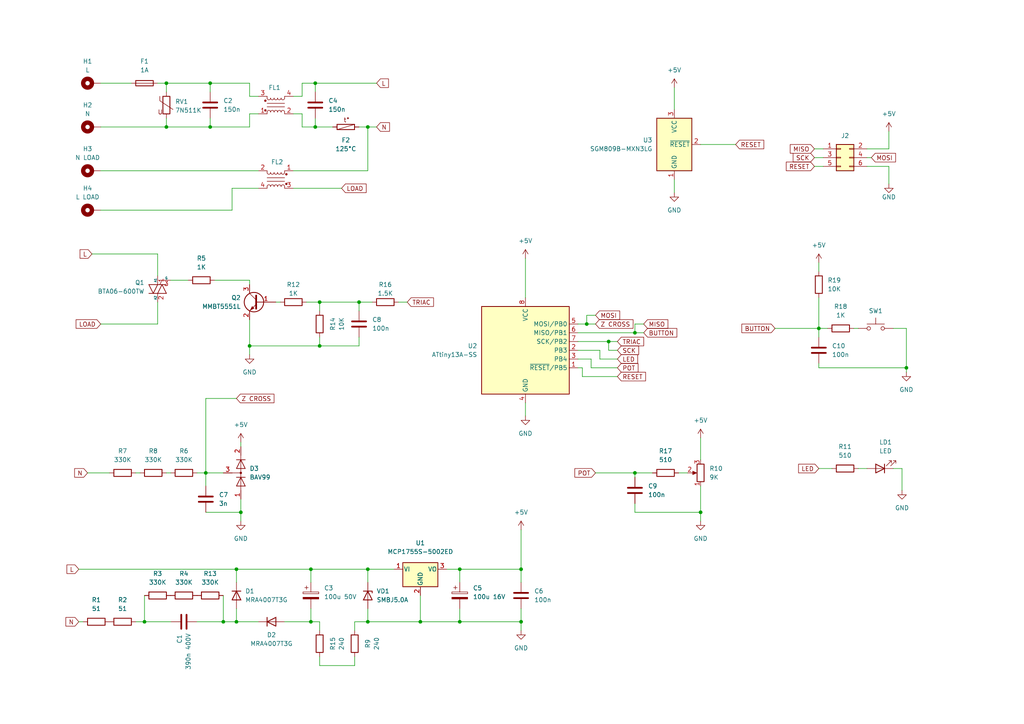
<source format=kicad_sch>
(kicad_sch (version 20230121) (generator eeschema)
  (paper "A4")
  (title_block (title "IKEA NYMANE 103.569.62 Auto-Dimmer") (date "2022-08-05") (rev "1.1") (company "Copyright Alexey S. Ilyushkin"))
  (lib_symbols
    (symbol "Connector_Generic:Conn_02x03_Odd_Even" (pin_names (offset 1.016) hide)
      (property "Reference" "J" (at 1.27 5.08 0))
      (property "Value" "Conn_02x03_Odd_Even" (at 1.27 -5.08 0))
      (symbol "Conn_02x03_Odd_Even_1_1"
        (rectangle (start -1.27 -2.413) (end 0 -2.667) (stroke (width 0.1524)))
        (rectangle (start -1.27 0.127) (end 0 -0.127) (stroke (width 0.1524)))
        (rectangle (start -1.27 2.667) (end 0 2.413) (stroke (width 0.1524)))
        (rectangle (start -1.27 3.81) (end 3.81 -3.81) (stroke (width 0.254)) (fill (type background)))
        (rectangle (start 3.81 -2.413) (end 2.54 -2.667) (stroke (width 0.1524)))
        (rectangle (start 3.81 0.127) (end 2.54 -0.127) (stroke (width 0.1524)))
        (rectangle (start 3.81 2.667) (end 2.54 2.413) (stroke (width 0.1524)))
        (pin passive line (at -5.08 2.54 0) (length 3.81) (name "Pin_1") (number "1"))
        (pin passive line (at 7.62 2.54 180) (length 3.81) (name "Pin_2") (number "2"))
        (pin passive line (at -5.08 0 0) (length 3.81) (name "Pin_3") (number "3"))
        (pin passive line (at 7.62 0 180) (length 3.81) (name "Pin_4") (number "4"))
        (pin passive line (at -5.08 -2.54 0) (length 3.81) (name "Pin_5") (number "5"))
        (pin passive line (at 7.62 -2.54 180) (length 3.81) (name "Pin_6") (number "6"))
      )
    )
    (symbol "Device:C" (pin_numbers hide) (pin_names (offset 0.254))
      (property "Reference" "C" (at 0.635 2.54 0))
      (property "Value" "C" (at 0.635 -2.54 0))
      (symbol "C_0_1"
        (polyline (pts (xy -2.032 -0.762) (xy 2.032 -0.762)) (stroke (width 0.508)))
        (polyline (pts (xy -2.032 0.762) (xy 2.032 0.762)) (stroke (width 0.508)))
      )
      (symbol "C_1_1"
        (pin passive line (at 0 3.81 270) (length 2.794) (name "~") (number "1"))
        (pin passive line (at 0 -3.81 90) (length 2.794) (name "~") (number "2"))
      )
    )
    (symbol "Device:C_Polarized" (pin_numbers hide) (pin_names (offset 0.254))
      (property "Reference" "C" (at 0.635 2.54 0))
      (property "Value" "C_Polarized" (at 0.635 -2.54 0))
      (symbol "C_Polarized_0_1"
        (rectangle (start -2.286 0.508) (end 2.286 1.016))
        (polyline (pts (xy -1.778 2.286) (xy -0.762 2.286)))
        (polyline (pts (xy -1.27 2.794) (xy -1.27 1.778)))
        (rectangle (start 2.286 -0.508) (end -2.286 -1.016) (fill (type outline)))
      )
      (symbol "C_Polarized_1_1"
        (pin passive line (at 0 3.81 270) (length 2.794) (name "~") (number "1"))
        (pin passive line (at 0 -3.81 90) (length 2.794) (name "~") (number "2"))
      )
    )
    (symbol "Device:D_Zener" (pin_numbers hide) (pin_names (offset 1.016) hide)
      (property "Reference" "D" (at 0 2.54 0))
      (property "Value" "D_Zener" (at 0 -2.54 0))
      (symbol "D_Zener_0_1"
        (polyline (pts (xy 1.27 0) (xy -1.27 0)))
        (polyline (pts (xy -1.27 -1.27) (xy -1.27 1.27) (xy -0.762 1.27)) (stroke (width 0.254)))
        (polyline (pts (xy 1.27 -1.27) (xy 1.27 1.27) (xy -1.27 0) (xy 1.27 -1.27)) (stroke (width 0.254)))
      )
      (symbol "D_Zener_1_1"
        (pin passive line (at -3.81 0 0) (length 2.54) (name "K") (number "1"))
        (pin passive line (at 3.81 0 180) (length 2.54) (name "A") (number "2"))
      )
    )
    (symbol "Device:Filter_EMI_CommonMode" (pin_names (offset 0.254) hide)
      (property "Reference" "FL" (at 0 4.445 0))
      (property "Value" "Filter_EMI_CommonMode" (at 0 -4.445 0))
      (symbol "Filter_EMI_CommonMode_0_1"
        (circle (center -3.048 -1.27) (radius 0.254) (fill (type outline)))
        (circle (center -3.048 1.524) (radius 0.254) (fill (type outline)))
        (arc (start -2.54 2.032) (mid -2.032 1.5262) (end -1.524 2.032))
        (arc (start -1.524 -2.032) (mid -2.032 -1.5262) (end -2.54 -2.032))
        (arc (start -1.524 2.032) (mid -1.016 1.5262) (end -0.508 2.032))
        (arc (start -0.508 -2.032) (mid -1.016 -1.5262) (end -1.524 -2.032))
        (arc (start -0.508 2.032) (mid 0 1.5262) (end 0.508 2.032))
        (polyline (pts (xy -2.54 -2.032) (xy -2.54 -2.54)))
        (polyline (pts (xy -2.54 0.508) (xy 2.54 0.508)))
        (polyline (pts (xy -2.54 2.032) (xy -2.54 2.54)))
        (polyline (pts (xy 2.54 -2.032) (xy 2.54 -2.54)))
        (polyline (pts (xy 2.54 -0.508) (xy -2.54 -0.508)))
        (polyline (pts (xy 2.54 2.54) (xy 2.54 2.032)))
        (arc (start 0.508 -2.032) (mid 0 -1.5262) (end -0.508 -2.032))
        (arc (start 0.508 2.032) (mid 1.016 1.5262) (end 1.524 2.032))
        (arc (start 1.524 -2.032) (mid 1.016 -1.5262) (end 0.508 -2.032))
        (arc (start 1.524 2.032) (mid 2.032 1.5262) (end 2.54 2.032))
        (arc (start 2.54 -2.032) (mid 2.032 -1.5262) (end 1.524 -2.032))
      )
      (symbol "Filter_EMI_CommonMode_1_1"
        (pin passive line (at -5.08 2.54 0) (length 2.54) (name "1") (number "1"))
        (pin passive line (at 5.08 2.54 180) (length 2.54) (name "2") (number "2"))
        (pin passive line (at -5.08 -2.54 0) (length 2.54) (name "3") (number "3"))
        (pin passive line (at 5.08 -2.54 180) (length 2.54) (name "4") (number "4"))
      )
    )
    (symbol "Device:Fuse" (pin_numbers hide) (pin_names (offset 0))
      (property "Reference" "F" (at 2.032 0 90))
      (property "Value" "Fuse" (at -1.905 0 90))
      (symbol "Fuse_0_1"
        (rectangle (start -0.762 -2.54) (end 0.762 2.54) (stroke (width 0.254)))
        (polyline (pts (xy 0 2.54) (xy 0 -2.54)))
      )
      (symbol "Fuse_1_1"
        (pin passive line (at 0 3.81 270) (length 1.27) (name "~") (number "1"))
        (pin passive line (at 0 -3.81 90) (length 1.27) (name "~") (number "2"))
      )
    )
    (symbol "Device:LED" (pin_numbers hide) (pin_names (offset 1.016) hide)
      (property "Reference" "D" (at 0 2.54 0))
      (property "Value" "LED" (at 0 -2.54 0))
      (symbol "LED_0_1"
        (polyline (pts (xy -1.27 -1.27) (xy -1.27 1.27)) (stroke (width 0.254)))
        (polyline (pts (xy -1.27 0) (xy 1.27 0)))
        (polyline (pts (xy 1.27 -1.27) (xy 1.27 1.27) (xy -1.27 0) (xy 1.27 -1.27)) (stroke (width 0.254)))
        (polyline (pts (xy -3.048 -0.762) (xy -4.572 -2.286) (xy -3.81 -2.286) (xy -4.572 -2.286) (xy -4.572 -1.524)))
        (polyline (pts (xy -1.778 -0.762) (xy -3.302 -2.286) (xy -2.54 -2.286) (xy -3.302 -2.286) (xy -3.302 -1.524)))
      )
      (symbol "LED_1_1"
        (pin passive line (at -3.81 0 0) (length 2.54) (name "K") (number "1"))
        (pin passive line (at 3.81 0 180) (length 2.54) (name "A") (number "2"))
      )
    )
    (symbol "Device:Polyfuse" (pin_numbers hide) (pin_names (offset 0))
      (property "Reference" "F2" (at -3.81 0 90))
      (property "Value" "125°C" (at -1.905 0 90))
      (symbol "Polyfuse_0_0"
        (text "t°" (at 2.032 -0.254 900) (effects (font (size 1.27 1.27))))
      )
      (symbol "Polyfuse_0_1"
        (rectangle (start -0.762 2.54) (end 0.762 -2.54) (stroke (width 0.254)))
        (polyline (pts (xy -0.762 2.54) (xy 0.762 -2.54)))
      )
      (symbol "Polyfuse_1_1"
        (pin passive line (at 0 3.81 270) (length 1.27) (name "~") (number "1"))
        (pin passive line (at 0 -3.81 90) (length 1.27) (name "~") (number "2"))
      )
    )
    (symbol "Device:R" (pin_numbers hide) (pin_names (offset 0))
      (property "Reference" "R" (at 2.032 0 90))
      (property "Value" "R" (at 0 0 90))
      (symbol "R_0_1"
        (rectangle (start -1.016 -2.54) (end 1.016 2.54) (stroke (width 0.254)))
      )
      (symbol "R_1_1"
        (pin passive line (at 0 3.81 270) (length 1.27) (name "~") (number "1"))
        (pin passive line (at 0 -3.81 90) (length 1.27) (name "~") (number "2"))
      )
    )
    (symbol "Device:R_Potentiometer" (pin_names (offset 1.016) hide)
      (property "Reference" "RV" (at -4.445 0 90))
      (property "Value" "R_Potentiometer" (at -2.54 0 90))
      (symbol "R_Potentiometer_0_1"
        (polyline (pts (xy 2.54 0) (xy 1.524 0)))
        (polyline (pts (xy 1.143 0) (xy 2.286 0.508) (xy 2.286 -0.508) (xy 1.143 0)) (fill (type outline)))
        (rectangle (start 1.016 2.54) (end -1.016 -2.54) (stroke (width 0.254)))
      )
      (symbol "R_Potentiometer_1_1"
        (pin passive line (at 0 3.81 270) (length 1.27) (name "1") (number "1"))
        (pin passive line (at 3.81 0 180) (length 1.27) (name "2") (number "2"))
        (pin passive line (at 0 -3.81 90) (length 1.27) (name "3") (number "3"))
      )
    )
    (symbol "Device:Varistor" (pin_numbers hide) (pin_names (offset 0))
      (property "Reference" "RV" (at 3.175 0 90))
      (property "Value" "Varistor" (at -3.175 0 90))
      (symbol "Varistor_0_0"
        (text "U" (at -1.778 -2.032 0) (effects (font (size 1.27 1.27))))
      )
      (symbol "Varistor_0_1"
        (rectangle (start -1.016 -2.54) (end 1.016 2.54) (stroke (width 0.254)))
        (polyline (pts (xy -1.905 2.54) (xy -1.905 1.27) (xy 1.905 -1.27)))
      )
      (symbol "Varistor_1_1"
        (pin passive line (at 0 3.81 270) (length 1.27) (name "~") (number "1"))
        (pin passive line (at 0 -3.81 90) (length 1.27) (name "~") (number "2"))
      )
    )
    (symbol "Diode:BAV99" (pin_names hide)
      (property "Reference" "D" (at 0 5.08 0))
      (property "Value" "BAV99" (at 0 2.54 0))
      (symbol "BAV99_0_1"
        (polyline (pts (xy -5.08 0) (xy 5.08 0)))
      )
      (symbol "BAV99_1_1"
        (polyline (pts (xy 0 0) (xy 0 -2.54)))
        (polyline (pts (xy -1.27 -1.27) (xy -1.27 1.27) (xy -1.27 1.27)) (stroke (width 0.2032)))
        (polyline (pts (xy 3.81 1.27) (xy 3.81 -1.27) (xy 3.81 -1.27)) (stroke (width 0.2032)))
        (polyline (pts (xy -3.81 1.27) (xy -1.27 0) (xy -3.81 -1.27) (xy -3.81 1.27) (xy -3.81 1.27) (xy -3.81 1.27)) (stroke (width 0.2032)))
        (polyline (pts (xy 1.27 1.27) (xy 3.81 0) (xy 1.27 -1.27) (xy 1.27 1.27) (xy 1.27 1.27) (xy 1.27 1.27)) (stroke (width 0.2032)))
        (circle (center 0 0) (radius 0.254) (fill (type outline)))
        (pin passive line (at -7.62 0 0) (length 2.54) (name "K") (number "1"))
        (pin passive line (at 7.62 0 180) (length 2.54) (name "A") (number "2"))
        (pin passive line (at 0 -5.08 90) (length 2.54) (name "K") (number "3"))
      )
    )
    (symbol "Diode:MRA4007T3G" (pin_numbers hide) (pin_names (offset 1.016) hide)
      (property "Reference" "D" (at 0 2.54 0))
      (property "Value" "MRA4007T3G" (at 0 -2.54 0))
      (symbol "MRA4007T3G_0_1"
        (polyline (pts (xy -1.27 1.27) (xy -1.27 -1.27)) (stroke (width 0.254)))
        (polyline (pts (xy 1.27 0) (xy -1.27 0)))
        (polyline (pts (xy 1.27 1.27) (xy 1.27 -1.27) (xy -1.27 0) (xy 1.27 1.27)) (stroke (width 0.254)))
      )
      (symbol "MRA4007T3G_1_1"
        (pin passive line (at -3.81 0 0) (length 2.54) (name "K") (number "1"))
        (pin passive line (at 3.81 0 180) (length 2.54) (name "A") (number "2"))
      )
    )
    (symbol "MCU_Microchip_ATtiny:ATtiny13A-SS"
      (property "Reference" "U1" (at -13.97 1.2701 0))
      (property "Value" "ATtiny13A-SS" (at -13.97 -1.2699 0))
      (symbol "ATtiny13A-SS_0_1"
        (rectangle (start -12.7 -12.7) (end 12.7 12.7) (stroke (width 0.254)) (fill (type background)))
      )
      (symbol "ATtiny13A-SS_1_1"
        (pin bidirectional line (at 15.24 -5.08 180) (length 2.54) (name "~{RESET}/PB5") (number "1"))
        (pin bidirectional line (at 15.24 0 180) (length 2.54) (name "PB3") (number "2"))
        (pin bidirectional line (at 15.24 -2.54 180) (length 2.54) (name "PB4") (number "3"))
        (pin power_in line (at 0 -15.24 90) (length 2.54) (name "GND") (number "4"))
        (pin bidirectional line (at 15.24 7.62 180) (length 2.54) (name "MOSI/PB0") (number "5"))
        (pin bidirectional line (at 15.24 5.08 180) (length 2.54) (name "MISO/PB1") (number "6"))
        (pin bidirectional line (at 15.24 2.54 180) (length 2.54) (name "SCK/PB2") (number "7"))
        (pin power_in line (at 0 15.24 270) (length 2.54) (name "VCC") (number "8"))
      )
    )
    (symbol "Mechanical:MountingHole_Pad" (pin_numbers hide) (pin_names (offset 1.016) hide)
      (property "Reference" "H" (at 0 6.35 0))
      (property "Value" "MountingHole_Pad" (at 0 4.445 0))
      (symbol "MountingHole_Pad_0_1"
        (circle (center 0 1.27) (radius 1.27) (stroke (width 1.27)))
      )
      (symbol "MountingHole_Pad_1_1"
        (pin input line (at 0 -2.54 90) (length 2.54) (name "1") (number "1"))
      )
    )
    (symbol "Power_Supervisor:LM809"
      (property "Reference" "U" (at 2.54 12.7 0))
      (property "Value" "LM809" (at 5.08 10.16 0))
      (symbol "LM809_0_1"
        (rectangle (start 5.08 7.62) (end -5.08 -7.62) (stroke (width 0.254)) (fill (type background)))
      )
      (symbol "LM809_1_1"
        (pin power_in line (at 0 -10.16 90) (length 2.54) (name "GND") (number "1"))
        (pin output line (at 7.62 0 180) (length 2.54) (name "~{RESET}") (number "2"))
        (pin power_in line (at 0 10.16 270) (length 2.54) (name "VCC") (number "3"))
      )
    )
    (symbol "Regulator_Linear:MCP1703A-5002_SOT223" (pin_names (offset 0.254))
      (property "Reference" "U" (at -3.81 3.175 0))
      (property "Value" "MCP1703A-5002_SOT223" (at 0 3.175 0))
      (symbol "MCP1703A-5002_SOT223_0_1"
        (rectangle (start -5.08 -5.08) (end 5.08 1.905) (stroke (width 0.254)) (fill (type background)))
      )
      (symbol "MCP1703A-5002_SOT223_1_1"
        (pin power_in line (at -7.62 0 0) (length 2.54) (name "VI") (number "1"))
        (pin power_in line (at 0 -7.62 90) (length 2.54) (name "GND") (number "2"))
        (pin power_out line (at 7.62 0 180) (length 2.54) (name "VO") (number "3"))
      )
    )
    (symbol "Switch:SW_Push" (pin_numbers hide) (pin_names (offset 1.016) hide)
      (property "Reference" "SW" (at 1.27 2.54 0))
      (property "Value" "SW_Push" (at 0 -1.524 0))
      (symbol "SW_Push_0_1"
        (circle (center -2.032 0) (radius 0.508))
        (polyline (pts (xy 0 1.27) (xy 0 3.048)))
        (polyline (pts (xy 2.54 1.27) (xy -2.54 1.27)))
        (circle (center 2.032 0) (radius 0.508))
        (pin passive line (at -5.08 0 0) (length 2.54) (name "1") (number "1"))
        (pin passive line (at 5.08 0 180) (length 2.54) (name "2") (number "2"))
      )
    )
    (symbol "Transistor_BJT:MMBT5551L" (pin_names (offset 0) hide)
      (property "Reference" "Q" (at 5.08 1.905 0))
      (property "Value" "MMBT5551L" (at 5.08 0 0))
      (symbol "MMBT5551L_0_1"
        (polyline (pts (xy 0.635 0.635) (xy 2.54 2.54)))
        (polyline (pts (xy 0.635 -0.635) (xy 2.54 -2.54) (xy 2.54 -2.54)))
        (polyline (pts (xy 0.635 1.905) (xy 0.635 -1.905) (xy 0.635 -1.905)) (stroke (width 0.508)))
        (polyline (pts (xy 1.27 -1.778) (xy 1.778 -1.27) (xy 2.286 -2.286) (xy 1.27 -1.778) (xy 1.27 -1.778)) (fill (type outline)))
        (circle (center 1.27 0) (radius 2.8194) (stroke (width 0.254)))
      )
      (symbol "MMBT5551L_1_1"
        (pin input line (at -5.08 0 0) (length 5.715) (name "B") (number "1"))
        (pin passive line (at 2.54 -5.08 90) (length 2.54) (name "E") (number "2"))
        (pin passive line (at 2.54 5.08 270) (length 2.54) (name "C") (number "3"))
      )
    )
    (symbol "Triac_Thyristor:BT139-600" (pin_names (offset 0))
      (property "Reference" "Q" (at 5.08 1.905 0))
      (property "Value" "BT139-600" (at 5.08 0 0))
      (symbol "BT139-600_0_1"
        (polyline (pts (xy -2.54 -1.27) (xy 2.54 -1.27)) (stroke (width 0.2032)))
        (polyline (pts (xy -2.54 1.27) (xy 2.54 1.27)) (stroke (width 0.2032)))
        (polyline (pts (xy -1.27 -2.54) (xy -0.635 -1.27)))
        (polyline (pts (xy -2.54 1.27) (xy -1.27 -1.27) (xy 0 1.27)) (stroke (width 0.2032)))
        (polyline (pts (xy 0 -1.27) (xy 1.27 1.27) (xy 2.54 -1.27)) (stroke (width 0.2032)))
      )
      (symbol "BT139-600_1_1"
        (pin passive line (at 0 -3.81 90) (length 2.54) (name "A1") (number "1"))
        (pin passive line (at 0 3.81 270) (length 2.54) (name "A2") (number "2"))
        (pin input line (at -3.81 -2.54 0) (length 2.54) (name "G") (number "3"))
      )
    )
    (symbol "power:+5V" (power) (pin_names (offset 0))
      (property "Value" "+5V" (at 0 3.556 0))
      (symbol "+5V_0_1"
        (polyline (pts (xy -0.762 1.27) (xy 0 2.54)))
        (polyline (pts (xy 0 0) (xy 0 2.54)))
        (polyline (pts (xy 0 2.54) (xy 0.762 1.27)))
      )
      (symbol "+5V_1_1"
        (pin power_in line (at 0 0 90) (length 0) hide (name "+5V") (number "1"))
      )
    )
    (symbol "power:GND" (power) (pin_names (offset 0))
      (property "Value" "GND" (at 0 -3.81 0))
      (symbol "GND_0_1"
        (polyline (pts (xy 0 0) (xy 0 -1.27) (xy 1.27 -1.27) (xy 0 -2.54) (xy -1.27 -1.27) (xy 0 -1.27)))
      )
      (symbol "GND_1_1"
        (pin power_in line (at 0 0 270) (length 0) hide (name "GND") (number "1"))
      )
    )
  )
  (junction (at 106.68 36.83))
  (junction (at 262.89 106.68))
  (junction (at 121.92 180.34))
  (junction (at 68.58 165.1))
  (junction (at 69.85 148.59))
  (junction (at 48.26 24.13))
  (junction (at 106.68 180.34))
  (junction (at 151.13 165.1))
  (junction (at 90.17 180.34))
  (junction (at 60.96 24.13))
  (junction (at 41.91 180.34))
  (junction (at 59.69 137.16))
  (junction (at 92.71 87.63))
  (junction (at 104.14 87.63))
  (junction (at 64.77 180.34))
  (junction (at 68.58 180.34))
  (junction (at 133.35 165.1))
  (junction (at 60.96 36.83))
  (junction (at 91.44 36.83))
  (junction (at 133.35 180.34))
  (junction (at 203.2 148.59))
  (junction (at 48.26 36.83))
  (junction (at 106.68 165.1))
  (junction (at 176.53 99.06))
  (junction (at 151.13 180.34))
  (junction (at 184.15 137.16))
  (junction (at 92.71 100.33))
  (junction (at 170.18 93.98))
  (junction (at 237.49 95.25))
  (junction (at 184.15 96.52))
  (junction (at 91.44 24.13))
  (junction (at 90.17 165.1))
  (junction (at 72.39 100.33))
  (wire (pts (xy 91.44 24.13) (xy 109.22 24.13)))
  (wire (pts (xy 195.58 52.07) (xy 195.58 55.88)))
  (wire (pts (xy 121.92 180.34) (xy 133.35 180.34)))
  (wire (pts (xy 257.81 48.26) (xy 257.81 53.34)))
  (wire (pts (xy 92.71 100.33) (xy 104.14 100.33)))
  (wire (pts (xy 237.49 106.68) (xy 237.49 105.41)))
  (wire (pts (xy 67.31 60.96) (xy 67.31 54.61)))
  (wire (pts (xy 203.2 148.59) (xy 203.2 151.13)))
  (wire (pts (xy 171.45 106.68) (xy 179.07 106.68)))
  (wire (pts (xy 179.07 101.6) (xy 176.53 101.6)))
  (wire (pts (xy 179.07 104.14) (xy 173.99 104.14)))
  (wire (pts (xy 48.26 24.13) (xy 60.96 24.13)))
  (wire (pts (xy 237.49 97.79) (xy 237.49 95.25)))
  (wire (pts (xy 195.58 25.4) (xy 195.58 31.75)))
  (wire (pts (xy 92.71 97.79) (xy 92.71 100.33)))
  (wire (pts (xy 184.15 138.43) (xy 184.15 137.16)))
  (wire (pts (xy 90.17 165.1) (xy 90.17 168.91)))
  (wire (pts (xy 172.72 91.44) (xy 170.18 91.44)))
  (wire (pts (xy 90.17 176.53) (xy 90.17 180.34)))
  (wire (pts (xy 151.13 182.88) (xy 151.13 180.34)))
  (wire (pts (xy 87.63 36.83) (xy 91.44 36.83)))
  (wire (pts (xy 238.76 43.18) (xy 236.22 43.18)))
  (wire (pts (xy 261.62 135.89) (xy 261.62 142.24)))
  (wire (pts (xy 91.44 34.29) (xy 91.44 36.83)))
  (wire (pts (xy 237.49 135.89) (xy 241.3 135.89)))
  (wire (pts (xy 151.13 176.53) (xy 151.13 180.34)))
  (wire (pts (xy 151.13 165.1) (xy 151.13 153.67)))
  (wire (pts (xy 85.09 33.02) (xy 87.63 33.02)))
  (wire (pts (xy 88.9 87.63) (xy 92.71 87.63)))
  (wire (pts (xy 41.91 172.72) (xy 41.91 180.34)))
  (wire (pts (xy 59.69 137.16) (xy 59.69 140.97)))
  (wire (pts (xy 72.39 82.55) (xy 72.39 81.28)))
  (wire (pts (xy 203.2 140.97) (xy 203.2 148.59)))
  (wire (pts (xy 87.63 24.13) (xy 87.63 27.94)))
  (wire (pts (xy 92.71 180.34) (xy 92.71 182.88)))
  (wire (pts (xy 48.26 24.13) (xy 48.26 26.67)))
  (wire (pts (xy 72.39 33.02) (xy 74.93 33.02)))
  (wire (pts (xy 121.92 172.72) (xy 121.92 180.34)))
  (wire (pts (xy 151.13 165.1) (xy 151.13 168.91)))
  (wire (pts (xy 90.17 180.34) (xy 92.71 180.34)))
  (wire (pts (xy 72.39 100.33) (xy 72.39 102.87)))
  (wire (pts (xy 106.68 176.53) (xy 106.68 180.34)))
  (wire (pts (xy 72.39 33.02) (xy 72.39 36.83)))
  (wire (pts (xy 106.68 165.1) (xy 114.3 165.1)))
  (wire (pts (xy 184.15 148.59) (xy 203.2 148.59)))
  (wire (pts (xy 82.55 180.34) (xy 90.17 180.34)))
  (wire (pts (xy 129.54 165.1) (xy 133.35 165.1)))
  (wire (pts (xy 257.81 38.1) (xy 257.81 43.18)))
  (wire (pts (xy 152.4 116.84) (xy 152.4 120.65)))
  (wire (pts (xy 48.26 137.16) (xy 49.53 137.16)))
  (wire (pts (xy 176.53 101.6) (xy 176.53 99.06)))
  (wire (pts (xy 60.96 36.83) (xy 72.39 36.83)))
  (wire (pts (xy 92.71 190.5) (xy 92.71 193.04)))
  (wire (pts (xy 133.35 180.34) (xy 151.13 180.34)))
  (wire (pts (xy 45.72 24.13) (xy 48.26 24.13)))
  (wire (pts (xy 29.21 93.98) (xy 45.72 93.98)))
  (wire (pts (xy 41.91 180.34) (xy 49.53 180.34)))
  (wire (pts (xy 26.67 73.66) (xy 45.72 73.66)))
  (wire (pts (xy 168.91 109.22) (xy 179.07 109.22)))
  (wire (pts (xy 184.15 93.98) (xy 184.15 96.52)))
  (wire (pts (xy 92.71 87.63) (xy 92.71 90.17)))
  (wire (pts (xy 184.15 96.52) (xy 186.69 96.52)))
  (wire (pts (xy 59.69 137.16) (xy 64.77 137.16)))
  (wire (pts (xy 25.4 137.16) (xy 31.75 137.16)))
  (wire (pts (xy 168.91 106.68) (xy 167.64 106.68)))
  (wire (pts (xy 106.68 36.83) (xy 109.22 36.83)))
  (wire (pts (xy 85.09 54.61) (xy 99.06 54.61)))
  (wire (pts (xy 68.58 176.53) (xy 68.58 180.34)))
  (wire (pts (xy 29.21 24.13) (xy 38.1 24.13)))
  (wire (pts (xy 247.65 95.25) (xy 248.92 95.25)))
  (wire (pts (xy 173.99 101.6) (xy 167.64 101.6)))
  (wire (pts (xy 104.14 87.63) (xy 104.14 90.17)))
  (wire (pts (xy 39.37 180.34) (xy 41.91 180.34)))
  (wire (pts (xy 238.76 45.72) (xy 236.22 45.72)))
  (wire (pts (xy 172.72 137.16) (xy 184.15 137.16)))
  (wire (pts (xy 106.68 180.34) (xy 121.92 180.34)))
  (wire (pts (xy 57.15 180.34) (xy 64.77 180.34)))
  (wire (pts (xy 59.69 115.57) (xy 68.58 115.57)))
  (wire (pts (xy 170.18 93.98) (xy 172.72 93.98)))
  (wire (pts (xy 72.39 92.71) (xy 72.39 100.33)))
  (wire (pts (xy 237.49 95.25) (xy 240.03 95.25)))
  (wire (pts (xy 59.69 148.59) (xy 69.85 148.59)))
  (wire (pts (xy 92.71 193.04) (xy 102.87 193.04)))
  (wire (pts (xy 68.58 180.34) (xy 74.93 180.34)))
  (wire (pts (xy 22.86 165.1) (xy 68.58 165.1)))
  (wire (pts (xy 104.14 100.33) (xy 104.14 97.79)))
  (wire (pts (xy 152.4 74.93) (xy 152.4 86.36)))
  (wire (pts (xy 252.73 45.72) (xy 251.46 45.72)))
  (wire (pts (xy 87.63 33.02) (xy 87.63 36.83)))
  (wire (pts (xy 248.92 135.89) (xy 251.46 135.89)))
  (wire (pts (xy 60.96 24.13) (xy 60.96 26.67)))
  (wire (pts (xy 60.96 34.29) (xy 60.96 36.83)))
  (wire (pts (xy 59.69 115.57) (xy 59.69 137.16)))
  (wire (pts (xy 87.63 24.13) (xy 91.44 24.13)))
  (wire (pts (xy 62.23 81.28) (xy 72.39 81.28)))
  (wire (pts (xy 85.09 27.94) (xy 87.63 27.94)))
  (wire (pts (xy 133.35 165.1) (xy 151.13 165.1)))
  (wire (pts (xy 90.17 165.1) (xy 106.68 165.1)))
  (wire (pts (xy 167.64 99.06) (xy 176.53 99.06)))
  (wire (pts (xy 67.31 54.61) (xy 74.93 54.61)))
  (wire (pts (xy 167.64 104.14) (xy 171.45 104.14)))
  (wire (pts (xy 257.81 43.18) (xy 251.46 43.18)))
  (wire (pts (xy 237.49 86.36) (xy 237.49 95.25)))
  (wire (pts (xy 29.21 49.53) (xy 74.93 49.53)))
  (wire (pts (xy 259.08 135.89) (xy 261.62 135.89)))
  (wire (pts (xy 133.35 176.53) (xy 133.35 180.34)))
  (wire (pts (xy 106.68 165.1) (xy 106.68 168.91)))
  (wire (pts (xy 45.72 73.66) (xy 45.72 80.01)))
  (wire (pts (xy 133.35 165.1) (xy 133.35 168.91)))
  (wire (pts (xy 69.85 144.78) (xy 69.85 148.59)))
  (wire (pts (xy 29.21 36.83) (xy 48.26 36.83)))
  (wire (pts (xy 251.46 48.26) (xy 257.81 48.26)))
  (wire (pts (xy 57.15 137.16) (xy 59.69 137.16)))
  (wire (pts (xy 196.85 137.16) (xy 199.39 137.16)))
  (wire (pts (xy 91.44 36.83) (xy 96.4899 36.83)))
  (wire (pts (xy 184.15 137.16) (xy 189.23 137.16)))
  (wire (pts (xy 48.26 34.29) (xy 48.26 36.83)))
  (wire (pts (xy 29.21 60.96) (xy 67.31 60.96)))
  (wire (pts (xy 104.14 87.63) (xy 107.95 87.63)))
  (wire (pts (xy 45.72 87.63) (xy 45.72 93.98)))
  (wire (pts (xy 80.01 87.63) (xy 81.28 87.63)))
  (wire (pts (xy 176.53 99.06) (xy 179.07 99.06)))
  (wire (pts (xy 68.58 165.1) (xy 68.58 168.91)))
  (wire (pts (xy 22.86 180.34) (xy 24.13 180.34)))
  (wire (pts (xy 68.58 165.1) (xy 90.17 165.1)))
  (wire (pts (xy 92.71 87.63) (xy 104.14 87.63)))
  (wire (pts (xy 167.64 96.52) (xy 184.15 96.52)))
  (wire (pts (xy 224.79 95.25) (xy 237.49 95.25)))
  (wire (pts (xy 102.87 193.04) (xy 102.87 190.5)))
  (wire (pts (xy 64.77 180.34) (xy 68.58 180.34)))
  (wire (pts (xy 39.37 137.16) (xy 40.64 137.16)))
  (wire (pts (xy 203.2 127) (xy 203.2 133.35)))
  (wire (pts (xy 85.09 49.53) (xy 106.68 49.53)))
  (wire (pts (xy 167.64 93.98) (xy 170.18 93.98)))
  (wire (pts (xy 69.85 148.59) (xy 69.85 151.13)))
  (wire (pts (xy 69.85 128.27) (xy 69.85 129.54)))
  (wire (pts (xy 72.39 100.33) (xy 92.71 100.33)))
  (wire (pts (xy 238.76 48.26) (xy 236.22 48.26)))
  (wire (pts (xy 184.15 146.05) (xy 184.15 148.59)))
  (wire (pts (xy 262.89 106.68) (xy 262.89 107.95)))
  (wire (pts (xy 237.49 76.2) (xy 237.49 78.74)))
  (wire (pts (xy 72.39 27.94) (xy 72.39 24.13)))
  (wire (pts (xy 186.69 93.98) (xy 184.15 93.98)))
  (wire (pts (xy 102.87 180.34) (xy 106.68 180.34)))
  (wire (pts (xy 60.96 24.13) (xy 72.39 24.13)))
  (wire (pts (xy 262.89 95.25) (xy 262.89 106.68)))
  (wire (pts (xy 168.91 106.68) (xy 168.91 109.22)))
  (wire (pts (xy 72.39 27.94) (xy 74.93 27.94)))
  (wire (pts (xy 91.44 24.13) (xy 91.44 26.67)))
  (wire (pts (xy 170.18 91.44) (xy 170.18 93.98)))
  (wire (pts (xy 48.26 36.83) (xy 60.96 36.83)))
  (wire (pts (xy 259.08 95.25) (xy 262.89 95.25)))
  (wire (pts (xy 237.49 106.68) (xy 262.89 106.68)))
  (wire (pts (xy 102.87 182.88) (xy 102.87 180.34)))
  (wire (pts (xy 64.77 172.72) (xy 64.77 180.34)))
  (wire (pts (xy 49.53 81.28) (xy 54.61 81.28)))
  (wire (pts (xy 106.68 49.53) (xy 106.68 36.83)))
  (wire (pts (xy 115.57 87.63) (xy 118.11 87.63)))
  (wire (pts (xy 203.2 41.91) (xy 213.36 41.91)))
  (wire (pts (xy 104.1099 36.83) (xy 106.68 36.83)))
  (wire (pts (xy 171.45 104.14) (xy 171.45 106.68)))
  (wire (pts (xy 173.99 104.14) (xy 173.99 101.6)))
  (global_label "MISO" (shape input) (at 186.69 93.98 0) (property "Intersheetrefs" "${INTERSHEET_REFS}" (effects hide)))
  (global_label "RESET" (shape input) (at 236.22 48.26 180) (property "Intersheetrefs" "${INTERSHEET_REFS}" (effects hide)))
  (global_label "N" (shape input) (at 22.86 180.34 180) (property "Intersheetrefs" "${INTERSHEET_REFS}" (effects hide)))
  (global_label "N" (shape input) (at 109.22 36.83 0) (property "Intersheetrefs" "${INTERSHEET_REFS}" (effects hide)))
  (global_label "TRIAC" (shape input) (at 118.11 87.63 0) (property "Intersheetrefs" "${INTERSHEET_REFS}" (effects hide)))
  (global_label "LED" (shape input) (at 179.07 104.14 0) (property "Intersheetrefs" "${INTERSHEET_REFS}" (effects hide)))
  (global_label "POT" (shape input) (at 172.72 137.16 180) (property "Intersheetrefs" "${INTERSHEET_REFS}" (effects hide)))
  (global_label "LOAD" (shape input) (at 29.21 93.98 180) (property "Intersheetrefs" "${INTERSHEET_REFS}" (effects hide)))
  (global_label "LOAD" (shape input) (at 99.06 54.61 0) (property "Intersheetrefs" "${INTERSHEET_REFS}" (effects hide)))
  (global_label "RESET" (shape input) (at 213.36 41.91 0) (property "Intersheetrefs" "${INTERSHEET_REFS}" (effects hide)))
  (global_label "BUTTON" (shape input) (at 224.79 95.25 180) (property "Intersheetrefs" "${INTERSHEET_REFS}" (effects hide)))
  (global_label "MOSI" (shape input) (at 252.73 45.72 0) (property "Intersheetrefs" "${INTERSHEET_REFS}" (effects hide)))
  (global_label "SCK" (shape input) (at 179.07 101.6 0) (property "Intersheetrefs" "${INTERSHEET_REFS}" (effects hide)))
  (global_label "TRIAC" (shape input) (at 179.07 99.06 0) (property "Intersheetrefs" "${INTERSHEET_REFS}" (effects hide)))
  (global_label "L" (shape input) (at 26.67 73.66 180) (property "Intersheetrefs" "${INTERSHEET_REFS}" (effects hide)))
  (global_label "N" (shape input) (at 25.4 137.16 180) (property "Intersheetrefs" "${INTERSHEET_REFS}" (effects hide)))
  (global_label "L" (shape input) (at 109.22 24.13 0) (property "Intersheetrefs" "${INTERSHEET_REFS}" (effects hide)))
  (global_label "POT" (shape input) (at 179.07 106.68 0) (property "Intersheetrefs" "${INTERSHEET_REFS}" (effects hide)))
  (global_label "BUTTON" (shape input) (at 186.69 96.52 0) (property "Intersheetrefs" "${INTERSHEET_REFS}" (effects hide)))
  (global_label "Z CROSS" (shape input) (at 172.72 93.98 0) (property "Intersheetrefs" "${INTERSHEET_REFS}" (effects hide)))
  (global_label "RESET" (shape input) (at 179.07 109.22 0) (property "Intersheetrefs" "${INTERSHEET_REFS}" (effects hide)))
  (global_label "L" (shape input) (at 22.86 165.1 180) (property "Intersheetrefs" "${INTERSHEET_REFS}" (effects hide)))
  (global_label "SCK" (shape input) (at 236.22 45.72 180) (property "Intersheetrefs" "${INTERSHEET_REFS}" (effects hide)))
  (global_label "MOSI" (shape input) (at 172.72 91.44 0) (property "Intersheetrefs" "${INTERSHEET_REFS}" (effects hide)))
  (global_label "Z CROSS" (shape input) (at 68.58 115.57 0) (property "Intersheetrefs" "${INTERSHEET_REFS}" (effects hide)))
  (global_label "MISO" (shape input) (at 236.22 43.18 180) (property "Intersheetrefs" "${INTERSHEET_REFS}" (effects hide)))
  (global_label "LED" (shape input) (at 237.49 135.89 180) (property "Intersheetrefs" "${INTERSHEET_REFS}" (effects hide)))
  (symbol (lib_id "Device:Filter_EMI_CommonMode") (at 80.01 52.07 0) (mirror y) (unit 1)
    (property "Reference" "FL2" (at 80.391 46.99 0))
    (property "Value" "Filter_EMI_CommonMode" (effects hide))
    (property "Footprint" "Inductor_THT:L_CommonMode_Wuerth_WE-CMB-XS" (effects hide))
  )
  (symbol (lib_id "Triac_Thyristor:BT139-600") (at 45.72 83.82 180) (unit 1)
    (property "Reference" "Q1" (at 41.91 81.9657 0) (effects (justify left)))
    (property "Value" "BTA06-600TW" (at 41.91 84.5057 0) (effects (justify left)))
    (property "Footprint" "Package_TO_SOT_THT:TO-220-3_Horizontal_TabDown" (effects hide))
    (property "Datasheet" "https://www.rapidonline.com/pdf/47-3240.pdf" (effects hide))
  )
  (symbol (lib_id "Power_Supervisor:LM809") (at 195.58 41.91 0) (unit 1)
    (property "Reference" "U3" (at 189.23 40.6399 0) (effects (justify right)))
    (property "Value" "SGM809B-MXN3LG" (at 189.23 43.1799 0) (effects (justify right)))
    (property "Footprint" "Package_TO_SOT_SMD:SOT-23" (effects hide))
    (property "Datasheet" "http://www.ti.com/lit/ds/symlink/lm809.pdf" (effects hide))
  )
  (symbol (lib_id "Device:R") (at 53.34 137.16 270) (unit 1)
    (property "Reference" "R6" (at 53.34 130.81 90))
    (property "Value" "330K" (at 53.34 133.35 90))
    (property "Footprint" "Resistor_SMD:R_1206_3216Metric_Pad1.30x1.75mm_HandSolder" (effects hide))
  )
  (symbol (lib_id "Device:R") (at 92.71 93.98 180) (unit 1)
    (property "Reference" "R14" (at 96.52 93.98 90))
    (property "Value" "10K" (at 99.06 93.98 90))
    (property "Footprint" "Resistor_SMD:R_1206_3216Metric_Pad1.30x1.75mm_HandSolder" (effects hide))
  )
  (symbol (lib_id "Device:R") (at 243.84 95.25 90) (unit 1)
    (property "Reference" "R18" (at 243.84 88.9 90))
    (property "Value" "1K" (at 243.84 91.44 90))
    (property "Footprint" "Resistor_SMD:R_1206_3216Metric_Pad1.30x1.75mm_HandSolder" (effects hide))
  )
  (symbol (lib_id "Device:R") (at 245.11 135.89 90) (unit 1)
    (property "Reference" "R11" (at 245.11 129.54 90))
    (property "Value" "510" (at 245.11 132.08 90))
    (property "Footprint" "Resistor_SMD:R_1206_3216Metric_Pad1.30x1.75mm_HandSolder" (effects hide))
  )
  (symbol (lib_id "Diode:MRA4007T3G") (at 78.74 180.34 0) (unit 1)
    (property "Reference" "D2" (at 78.74 184.15 0))
    (property "Value" "MRA4007T3G" (at 78.74 186.69 0))
    (property "Footprint" "Diode_SMD:D_SMA" (effects hide))
    (property "Datasheet" "http://www.onsemi.com/pub_link/Collateral/MRA4003T3-D.PDF" (effects hide))
  )
  (symbol (lib_id "Device:C") (at 60.96 30.48 0) (mirror y) (unit 1)
    (property "Reference" "C2" (at 64.77 29.2099 0) (effects (justify right)))
    (property "Value" "150n" (at 64.77 31.7499 0) (effects (justify right)))
    (property "Footprint" "Capacitor_THT:C_Rect_L10.3mm_W5.0mm_P7.50mm_MKS4" (effects hide))
  )
  (symbol (lib_id "Device:R") (at 44.45 137.16 270) (unit 1)
    (property "Reference" "R8" (at 44.45 130.81 90))
    (property "Value" "330K" (at 44.45 133.35 90))
    (property "Footprint" "Resistor_THT:R_Axial_DIN0207_L6.3mm_D2.5mm_P15.24mm_Horizontal" (effects hide))
  )
  (symbol (lib_id "Device:R") (at 102.87 186.69 180) (unit 1)
    (property "Reference" "R9" (at 106.68 186.69 90))
    (property "Value" "240" (at 109.22 186.69 90))
    (property "Footprint" "Resistor_SMD:R_1206_3216Metric_Pad1.30x1.75mm_HandSolder" (effects hide))
  )
  (symbol (lib_id "Device:C") (at 91.44 30.48 0) (mirror y) (unit 1)
    (property "Reference" "C4" (at 95.25 29.2099 0) (effects (justify right)))
    (property "Value" "150n" (at 95.25 31.7499 0) (effects (justify right)))
    (property "Footprint" "Capacitor_THT:C_Rect_L10.3mm_W5.0mm_P7.50mm_MKS4" (effects hide))
  )
  (symbol (lib_id "Device:Varistor") (at 48.26 30.48 0) (unit 1)
    (property "Reference" "RV1" (at 50.8 29.4631 0) (effects (justify left)))
    (property "Value" "7N511K" (at 50.8 32.0031 0) (effects (justify left)))
    (property "Footprint" "Varistor:RV_Disc_D7mm_W3.9mm_P5mm" (effects hide))
  )
  (symbol (lib_id "Device:R") (at 35.56 137.16 270) (unit 1)
    (property "Reference" "R7" (at 35.56 130.81 90))
    (property "Value" "330K" (at 35.56 133.35 90))
    (property "Footprint" "Resistor_SMD:R_1206_3216Metric_Pad1.30x1.75mm_HandSolder" (effects hide))
  )
  (symbol (lib_id "power:GND") (at 261.62 142.24 0) (unit 1)
    (property "Reference" "#PWR014" (effects hide))
    (property "Value" "GND" (at 261.62 147.32 0))
  )
  (symbol (lib_id "Device:C") (at 59.69 144.78 0) (unit 1)
    (property "Reference" "C7" (at 63.5 143.5099 0) (effects (justify left)))
    (property "Value" "3n" (at 63.5 146.0499 0) (effects (justify left)))
    (property "Footprint" "Capacitor_SMD:C_1206_3216Metric_Pad1.33x1.80mm_HandSolder" (effects hide))
  )
  (symbol (lib_id "power:GND") (at 69.85 151.13 0) (unit 1)
    (property "Reference" "#PWR02" (effects hide))
    (property "Value" "GND" (at 69.85 156.21 0))
  )
  (symbol (lib_id "power:GND") (at 152.4 120.65 0) (unit 1)
    (property "Reference" "#PWR06" (effects hide))
    (property "Value" "GND" (at 152.4 125.73 0))
  )
  (symbol (lib_id "power:+5V") (at 152.4 74.93 0) (unit 1)
    (property "Reference" "#PWR05" (effects hide))
    (property "Value" "+5V" (at 152.4 69.85 0))
  )
  (symbol (lib_id "power:GND") (at 203.2 151.13 0) (unit 1)
    (property "Reference" "#PWR010" (effects hide))
    (property "Value" "GND" (at 203.2 156.21 0))
  )
  (symbol (lib_id "Device:R") (at 237.49 82.55 0) (unit 1)
    (property "Reference" "R19" (at 240.03 81.2799 0) (effects (justify left)))
    (property "Value" "10K" (at 240.03 83.8199 0) (effects (justify left)))
    (property "Footprint" "Resistor_SMD:R_1206_3216Metric_Pad1.30x1.75mm_HandSolder" (effects hide))
  )
  (symbol (lib_id "Device:Filter_EMI_CommonMode") (at 80.01 30.48 0) (mirror x) (unit 1)
    (property "Reference" "FL1" (at 79.629 25.4 0))
    (property "Value" "Filter_EMI_CommonMode" (effects hide))
    (property "Footprint" "Inductor_THT:L_CommonMode_Wuerth_WE-CMB-XS" (effects hide))
  )
  (symbol (lib_id "Device:R") (at 111.76 87.63 90) (unit 1)
    (property "Reference" "R16" (at 111.76 82.55 90))
    (property "Value" "1.5K" (at 111.76 85.09 90))
    (property "Footprint" "Resistor_SMD:R_1206_3216Metric_Pad1.30x1.75mm_HandSolder" (effects hide))
  )
  (symbol (lib_id "Switch:SW_Push") (at 254 95.25 0) (unit 1)
    (property "Reference" "SW1" (at 254 90.17 0))
    (property "Value" "SW_Push" (effects hide))
    (property "Footprint" "Button_Switch_THT:SW_PUSH_6mm_H5mm" (effects hide))
  )
  (symbol (lib_id "Device:Polyfuse") (at 100.2999 36.83 90) (unit 1)
    (property "Reference" "F2" (at 100.2999 40.64 90))
    (property "Value" "125°C" (at 100.2999 43.18 90))
    (property "Footprint" "Capacitor_THT:C_Rect_L13.0mm_W3.0mm_P10.00mm_FKS3_FKP3_MKS4" (effects hide))
  )
  (symbol (lib_id "Device:R") (at 85.09 87.63 90) (unit 1)
    (property "Reference" "R12" (at 85.09 82.55 90))
    (property "Value" "1K" (at 85.09 85.09 90))
    (property "Footprint" "Resistor_SMD:R_1206_3216Metric_Pad1.30x1.75mm_HandSolder" (effects hide))
  )
  (symbol (lib_id "Diode:BAV99") (at 69.85 137.16 270) (mirror x) (unit 1)
    (property "Reference" "D3" (at 72.39 135.8899 90) (effects (justify left)))
    (property "Value" "BAV99" (at 72.39 138.4299 90) (effects (justify left)))
    (property "Footprint" "Package_TO_SOT_SMD:SOT-23" (effects hide))
    (property "Datasheet" "https://assets.nexperia.com/documents/data-sheet/BAV99_SER.pdf" (effects hide))
  )
  (symbol (lib_id "Device:Fuse") (at 41.91 24.13 90) (unit 1)
    (property "Reference" "F1" (at 41.91 17.78 90))
    (property "Value" "1A" (at 41.91 20.32 90))
    (property "Footprint" "Resistor_THT:R_Axial_DIN0414_L11.9mm_D4.5mm_P15.24mm_Horizontal" (effects hide))
  )
  (symbol (lib_id "Device:C") (at 184.15 142.24 0) (unit 1)
    (property "Reference" "C9" (at 187.96 140.9699 0) (effects (justify left)))
    (property "Value" "100n" (at 187.96 143.5099 0) (effects (justify left)))
    (property "Footprint" "Capacitor_SMD:C_1206_3216Metric_Pad1.33x1.80mm_HandSolder" (effects hide))
  )
  (symbol (lib_id "Transistor_BJT:MMBT5551L") (at 74.93 87.63 0) (mirror y) (unit 1)
    (property "Reference" "Q2" (at 69.85 86.3599 0) (effects (justify left)))
    (property "Value" "MMBT5551L" (at 69.85 88.8999 0) (effects (justify left)))
    (property "Footprint" "Package_TO_SOT_SMD:SOT-23" (effects hide))
    (property "Datasheet" "www.onsemi.com/pub/Collateral/MMBT5550LT1-D.PDF" (effects hide))
  )
  (symbol (lib_id "power:+5V") (at 195.58 25.4 0) (unit 1)
    (property "Reference" "#PWR07" (effects hide))
    (property "Value" "+5V" (at 195.58 20.32 0))
  )
  (symbol (lib_id "Regulator_Linear:MCP1703A-5002_SOT223") (at 121.92 165.1 0) (unit 1)
    (property "Reference" "U1" (at 121.92 157.48 0))
    (property "Value" "MCP1755S-5002ED" (at 121.92 160.02 0))
    (property "Footprint" "Package_TO_SOT_SMD:SOT-223-3_TabPin2" (effects hide))
    (property "Datasheet" "http://ww1.microchip.com/downloads/en/DeviceDoc/20005122B.pdf" (effects hide))
  )
  (symbol (lib_id "Device:R") (at 27.94 180.34 90) (unit 1)
    (property "Reference" "R1" (at 27.94 173.99 90))
    (property "Value" "51" (at 27.94 176.53 90))
    (property "Footprint" "Resistor_THT:R_Axial_DIN0207_L6.3mm_D2.5mm_P2.54mm_Vertical" (effects hide))
  )
  (symbol (lib_id "Device:C") (at 237.49 101.6 0) (unit 1)
    (property "Reference" "C10" (at 241.3 100.3299 0) (effects (justify left)))
    (property "Value" "100n" (at 241.3 102.8699 0) (effects (justify left)))
    (property "Footprint" "Capacitor_SMD:C_1206_3216Metric_Pad1.33x1.80mm_HandSolder" (effects hide))
  )
  (symbol (lib_id "Device:C_Polarized") (at 133.35 172.72 0) (unit 1)
    (property "Reference" "C5" (at 137.16 170.5609 0) (effects (justify left)))
    (property "Value" "100u 16V" (at 137.16 173.1009 0) (effects (justify left)))
    (property "Footprint" "Capacitor_Tantalum_SMD:CP_EIA-3528-15_AVX-H_Pad1.50x2.35mm_HandSolder" (effects hide))
  )
  (symbol (lib_id "Device:R") (at 35.56 180.34 90) (unit 1)
    (property "Reference" "R2" (at 35.56 173.99 90))
    (property "Value" "51" (at 35.56 176.53 90))
    (property "Footprint" "Resistor_THT:R_Axial_DIN0207_L6.3mm_D2.5mm_P2.54mm_Vertical" (effects hide))
  )
  (symbol (lib_id "Device:R") (at 193.04 137.16 90) (unit 1)
    (property "Reference" "R17" (at 193.04 130.81 90))
    (property "Value" "510" (at 193.04 133.35 90))
    (property "Footprint" "Resistor_SMD:R_1206_3216Metric_Pad1.30x1.75mm_HandSolder" (effects hide))
  )
  (symbol (lib_id "power:+5V") (at 203.2 127 0) (unit 1)
    (property "Reference" "#PWR09" (effects hide))
    (property "Value" "+5V" (at 203.2 121.92 0))
  )
  (symbol (lib_id "power:GND") (at 195.58 55.88 0) (unit 1)
    (property "Reference" "#PWR08" (effects hide))
    (property "Value" "GND" (at 195.58 60.96 0))
  )
  (symbol (lib_id "Device:R") (at 45.72 172.72 270) (unit 1)
    (property "Reference" "R3" (at 45.72 166.37 90))
    (property "Value" "330K" (at 45.72 168.91 90))
    (property "Footprint" "Resistor_SMD:R_1206_3216Metric_Pad1.30x1.75mm_HandSolder" (effects hide))
  )
  (symbol (lib_id "Device:R_Potentiometer") (at 203.2 137.16 180) (unit 1)
    (property "Reference" "R10" (at 205.74 135.8899 0) (effects (justify right)))
    (property "Value" "9K" (at 205.74 138.4299 0) (effects (justify right)))
    (property "Footprint" "Potentiometer_THT:Potentiometer_Alps_RK09K_Single_Vertical" (effects hide))
  )
  (symbol (lib_id "Device:D_Zener") (at 106.68 172.72 270) (unit 1)
    (property "Reference" "VD1" (at 109.22 171.4499 90) (effects (justify left)))
    (property "Value" "SMBJ5.0A" (at 109.22 173.9899 90) (effects (justify left)))
    (property "Footprint" "Diode_SMD:D_SMB" (effects hide))
    (property "Datasheet" "https://www.vishay.com/docs/88392/smbj.pdf" (effects hide))
  )
  (symbol (lib_id "Mechanical:MountingHole_Pad") (at 26.67 36.83 90) (unit 1)
    (property "Reference" "H2" (at 25.4 30.48 90))
    (property "Value" "N" (at 25.4 33.02 90))
    (property "Footprint" "MountingHole:MountingHole_2.2mm_M2_Pad" (effects hide))
  )
  (symbol (lib_id "Device:R") (at 60.96 172.72 270) (unit 1)
    (property "Reference" "R13" (at 60.96 166.37 90))
    (property "Value" "330K" (at 60.96 168.91 90))
    (property "Footprint" "Resistor_SMD:R_1206_3216Metric_Pad1.30x1.75mm_HandSolder" (effects hide))
  )
  (symbol (lib_id "Device:R") (at 58.42 81.28 90) (mirror x) (unit 1)
    (property "Reference" "R5" (at 58.42 74.93 90))
    (property "Value" "1K" (at 58.42 77.47 90))
    (property "Footprint" "Resistor_SMD:R_1206_3216Metric_Pad1.30x1.75mm_HandSolder" (effects hide))
  )
  (symbol (lib_id "Connector_Generic:Conn_02x03_Odd_Even") (at 243.84 45.72 0) (unit 1)
    (property "Reference" "J2" (at 245.11 39.37 0))
    (property "Value" "Conn_02x03_Odd_Even" (effects hide))
    (property "Footprint" "Connector_PinSocket_2.54mm:PinSocket_2x03_P2.54mm_Vertical_SMD" (effects hide))
  )
  (symbol (lib_id "MCU_Microchip_ATtiny:ATtiny13A-SS") (at 152.4 101.6 0) (unit 1)
    (property "Reference" "U2" (at 138.43 100.3299 0) (effects (justify right)))
    (property "Value" "ATtiny13A-SS" (at 138.43 102.8699 0) (effects (justify right)))
    (property "Footprint" "Package_SO:SOIC-8_3.9x4.9mm_P1.27mm" (effects hide))
    (property "Datasheet" "http://ww1.microchip.com/downloads/en/DeviceDoc/doc8126.pdf" (effects hide))
  )
  (symbol (lib_id "power:GND") (at 72.39 102.87 0) (unit 1)
    (property "Reference" "#PWR0101" (effects hide))
    (property "Value" "GND" (at 72.39 107.95 0))
  )
  (symbol (lib_id "power:+5V") (at 69.85 128.27 0) (unit 1)
    (property "Reference" "#PWR01" (effects hide))
    (property "Value" "+5V" (at 69.85 123.19 0))
  )
  (symbol (lib_id "Device:R") (at 53.34 172.72 270) (unit 1)
    (property "Reference" "R4" (at 53.34 166.37 90))
    (property "Value" "330K" (at 53.34 168.91 90))
    (property "Footprint" "Resistor_SMD:R_1206_3216Metric_Pad1.30x1.75mm_HandSolder" (effects hide))
  )
  (symbol (lib_id "Device:LED") (at 255.27 135.89 180) (unit 1)
    (property "Reference" "LD1" (at 256.8575 128.27 0))
    (property "Value" "LED" (at 256.8575 130.81 0))
    (property "Footprint" "LED_THT:LED_D3.0mm" (effects hide))
  )
  (symbol (lib_id "Mechanical:MountingHole_Pad") (at 26.67 49.53 90) (unit 1)
    (property "Reference" "H3" (at 25.4 43.18 90))
    (property "Value" "N LOAD" (at 25.4 45.72 90))
    (property "Footprint" "MountingHole:MountingHole_2.2mm_M2_Pad" (effects hide))
  )
  (symbol (lib_id "Device:C") (at 53.34 180.34 90) (unit 1)
    (property "Reference" "C1" (at 52.07 186.69 0) (effects (justify left)))
    (property "Value" "390n 400V" (at 54.61 194.31 0) (effects (justify left)))
    (property "Footprint" "Capacitor_THT:C_Rect_L18.0mm_W9.0mm_P15.00mm_FKS3_FKP3" (effects hide))
  )
  (symbol (lib_id "power:GND") (at 151.13 182.88 0) (unit 1)
    (property "Reference" "#PWR04" (effects hide))
    (property "Value" "GND" (at 151.13 187.96 0))
  )
  (symbol (lib_id "Mechanical:MountingHole_Pad") (at 26.67 60.96 90) (unit 1)
    (property "Reference" "H4" (at 25.4 54.61 90))
    (property "Value" "L LOAD" (at 25.4 57.15 90))
    (property "Footprint" "MountingHole:MountingHole_2.2mm_M2_Pad" (effects hide))
  )
  (symbol (lib_id "power:+5V") (at 237.49 76.2 0) (unit 1)
    (property "Reference" "#PWR0102" (effects hide))
    (property "Value" "+5V" (at 237.49 71.12 0))
  )
  (symbol (lib_id "Mechanical:MountingHole_Pad") (at 26.67 24.13 90) (unit 1)
    (property "Reference" "H1" (at 25.4 17.78 90))
    (property "Value" "L" (at 25.4 20.32 90))
    (property "Footprint" "MountingHole:MountingHole_2.2mm_M2_Pad" (effects hide))
  )
  (symbol (lib_id "Device:C_Polarized") (at 90.17 172.72 0) (unit 1)
    (property "Reference" "C3" (at 93.98 170.5609 0) (effects (justify left)))
    (property "Value" "100u 50V" (at 93.98 173.1009 0) (effects (justify left)))
    (property "Footprint" "Capacitor_THT:C_Radial_D8.0mm_H11.5mm_P3.50mm" (effects hide))
  )
  (symbol (lib_id "power:+5V") (at 257.81 38.1 0) (mirror y) (unit 1)
    (property "Reference" "#PWR012" (effects hide))
    (property "Value" "+5V" (at 257.81 33.02 0))
  )
  (symbol (lib_id "Device:C") (at 104.14 93.98 0) (unit 1)
    (property "Reference" "C8" (at 107.95 92.7099 0) (effects (justify left)))
    (property "Value" "100n" (at 107.95 95.2499 0) (effects (justify left)))
    (property "Footprint" "Capacitor_SMD:C_1206_3216Metric_Pad1.33x1.80mm_HandSolder" (effects hide))
  )
  (symbol (lib_id "power:GND") (at 262.89 107.95 0) (unit 1)
    (property "Reference" "#PWR015" (effects hide))
    (property "Value" "GND" (at 262.89 113.03 0))
  )
  (symbol (lib_id "Device:R") (at 92.71 186.69 180) (unit 1)
    (property "Reference" "R15" (at 96.52 186.69 90))
    (property "Value" "240" (at 99.06 186.69 90))
    (property "Footprint" "Resistor_SMD:R_1206_3216Metric_Pad1.30x1.75mm_HandSolder" (effects hide))
  )
  (symbol (lib_id "power:+5V") (at 151.13 153.67 0) (unit 1)
    (property "Reference" "#PWR03" (effects hide))
    (property "Value" "+5V" (at 151.13 148.59 0))
  )
  (symbol (lib_id "Diode:MRA4007T3G") (at 68.58 172.72 270) (unit 1)
    (property "Reference" "D1" (at 71.12 171.4499 90) (effects (justify left)))
    (property "Value" "MRA4007T3G" (at 71.12 173.9899 90) (effects (justify left)))
    (property "Footprint" "Diode_SMD:D_SMA" (effects hide))
    (property "Datasheet" "http://www.onsemi.com/pub_link/Collateral/MRA4003T3-D.PDF" (effects hide))
  )
  (symbol (lib_id "Device:C") (at 151.13 172.72 0) (unit 1)
    (property "Reference" "C6" (at 154.94 171.4499 0) (effects (justify left)))
    (property "Value" "100n" (at 154.94 173.9899 0) (effects (justify left)))
    (property "Footprint" "Capacitor_SMD:C_1206_3216Metric_Pad1.33x1.80mm_HandSolder" (effects hide))
  )
  (symbol (lib_id "power:GND") (at 257.81 53.34 0) (mirror y) (unit 1)
    (property "Reference" "#PWR013" (effects hide))
    (property "Value" "GND" (at 257.81 57.15 0))
  )
)
</source>
